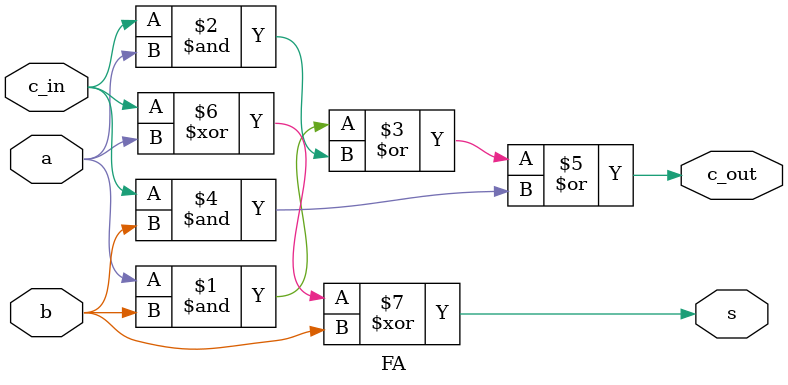
<source format=v>
module part3(A, B, Function, ALUout);
    input [3:0] A, B;
    input [2:0] Function;
    output reg [7:0] ALUout;

    wire [4:0] FAsum;
    part2 adder(.a(A), .b(B), .c_in(1'b0), .s(FAsum[3:0]), .c_out(FAsum[4]));
	
	wire [4:0] regsum;
	assign regsum = A + B;

    always @(*) 
    begin
        case (Function)
            3'b000: ALUout = {3'b000, FAsum};
            3'b001: ALUout = {3'b000, regsum};
            3'b010: ALUout = {{4{B[3]}},B};
            3'b011: ALUout = {7'b0000000, (|A) | (|B)};
            3'b100: ALUout = {7'b0000000, (&A) & (&B)};
            3'b101: ALUout = {A,B};
            default: ALUout = 8'b00000000;
        endcase
    end
endmodule


module part2(a, b, c_in, s, c_out);
    input [3:0] a, b;
    input c_in;
    output [3:0] s;
    output c_out;

    wire c1, c2, c3;

    FA u0(a[0], b[0], c_in, s[0], c1);
    FA u1(a[1], b[1], c1, s[1], c2);
    FA u2(a[2], b[2], c2, s[2], c3);
    FA u3(a[3], b[3], c3, s[3], c_out);
endmodule


module FA(a, b, c_in, s, c_out);
    input a, b, c_in;
    output s, c_out;

    assign c_out = (a & b) | (c_in & a) | (c_in & b);
    assign s = c_in ^ a ^ b;
endmodule
</source>
